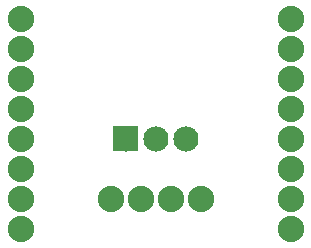
<source format=gbs>
G04 MADE WITH FRITZING*
G04 WWW.FRITZING.ORG*
G04 DOUBLE SIDED*
G04 HOLES PLATED*
G04 CONTOUR ON CENTER OF CONTOUR VECTOR*
%ASAXBY*%
%FSLAX23Y23*%
%MOIN*%
%OFA0B0*%
%SFA1.0B1.0*%
%ADD10C,0.084000*%
%ADD11C,0.088000*%
%ADD12R,0.001000X0.001000*%
%LNMASK0*%
G90*
G70*
G54D10*
X418Y382D03*
X518Y382D03*
X618Y382D03*
G54D11*
X368Y183D03*
X468Y183D03*
X568Y183D03*
X668Y183D03*
X68Y82D03*
X68Y182D03*
X68Y282D03*
X68Y382D03*
X68Y482D03*
X68Y582D03*
X68Y682D03*
X68Y782D03*
X968Y782D03*
X968Y682D03*
X968Y582D03*
X968Y482D03*
X968Y382D03*
X968Y282D03*
X968Y182D03*
X968Y82D03*
G54D12*
X376Y425D02*
X459Y425D01*
X376Y424D02*
X459Y424D01*
X376Y423D02*
X459Y423D01*
X376Y422D02*
X459Y422D01*
X376Y421D02*
X459Y421D01*
X376Y420D02*
X459Y420D01*
X376Y419D02*
X459Y419D01*
X376Y418D02*
X459Y418D01*
X376Y417D02*
X459Y417D01*
X376Y416D02*
X459Y416D01*
X376Y415D02*
X459Y415D01*
X376Y414D02*
X459Y414D01*
X376Y413D02*
X459Y413D01*
X376Y412D02*
X459Y412D01*
X376Y411D02*
X459Y411D01*
X376Y410D02*
X459Y410D01*
X376Y409D02*
X459Y409D01*
X376Y408D02*
X459Y408D01*
X376Y407D02*
X459Y407D01*
X376Y406D02*
X459Y406D01*
X376Y405D02*
X459Y405D01*
X376Y404D02*
X459Y404D01*
X376Y403D02*
X459Y403D01*
X376Y402D02*
X459Y402D01*
X376Y401D02*
X459Y401D01*
X376Y400D02*
X459Y400D01*
X376Y399D02*
X459Y399D01*
X376Y398D02*
X414Y398D01*
X420Y398D02*
X459Y398D01*
X376Y397D02*
X410Y397D01*
X424Y397D02*
X459Y397D01*
X376Y396D02*
X409Y396D01*
X425Y396D02*
X459Y396D01*
X376Y395D02*
X407Y395D01*
X427Y395D02*
X459Y395D01*
X376Y394D02*
X406Y394D01*
X428Y394D02*
X459Y394D01*
X376Y393D02*
X405Y393D01*
X429Y393D02*
X459Y393D01*
X376Y392D02*
X404Y392D01*
X430Y392D02*
X459Y392D01*
X376Y391D02*
X404Y391D01*
X430Y391D02*
X459Y391D01*
X376Y390D02*
X403Y390D01*
X431Y390D02*
X459Y390D01*
X376Y389D02*
X403Y389D01*
X431Y389D02*
X459Y389D01*
X376Y388D02*
X403Y388D01*
X432Y388D02*
X459Y388D01*
X376Y387D02*
X402Y387D01*
X432Y387D02*
X459Y387D01*
X376Y386D02*
X402Y386D01*
X432Y386D02*
X459Y386D01*
X376Y385D02*
X402Y385D01*
X432Y385D02*
X459Y385D01*
X376Y384D02*
X402Y384D01*
X432Y384D02*
X459Y384D01*
X376Y383D02*
X402Y383D01*
X432Y383D02*
X459Y383D01*
X376Y382D02*
X402Y382D01*
X432Y382D02*
X459Y382D01*
X376Y381D02*
X402Y381D01*
X432Y381D02*
X459Y381D01*
X376Y380D02*
X402Y380D01*
X432Y380D02*
X459Y380D01*
X376Y379D02*
X403Y379D01*
X431Y379D02*
X459Y379D01*
X376Y378D02*
X403Y378D01*
X431Y378D02*
X459Y378D01*
X376Y377D02*
X403Y377D01*
X431Y377D02*
X459Y377D01*
X376Y376D02*
X404Y376D01*
X430Y376D02*
X459Y376D01*
X376Y375D02*
X405Y375D01*
X429Y375D02*
X459Y375D01*
X376Y374D02*
X405Y374D01*
X429Y374D02*
X459Y374D01*
X376Y373D02*
X406Y373D01*
X428Y373D02*
X459Y373D01*
X376Y372D02*
X408Y372D01*
X426Y372D02*
X459Y372D01*
X376Y371D02*
X409Y371D01*
X425Y371D02*
X459Y371D01*
X376Y370D02*
X411Y370D01*
X423Y370D02*
X459Y370D01*
X376Y369D02*
X415Y369D01*
X419Y369D02*
X459Y369D01*
X376Y368D02*
X459Y368D01*
X376Y367D02*
X459Y367D01*
X376Y366D02*
X459Y366D01*
X376Y365D02*
X459Y365D01*
X376Y364D02*
X459Y364D01*
X376Y363D02*
X459Y363D01*
X376Y362D02*
X459Y362D01*
X376Y361D02*
X459Y361D01*
X376Y360D02*
X459Y360D01*
X376Y359D02*
X459Y359D01*
X376Y358D02*
X459Y358D01*
X376Y357D02*
X459Y357D01*
X376Y356D02*
X459Y356D01*
X376Y355D02*
X459Y355D01*
X376Y354D02*
X459Y354D01*
X376Y353D02*
X459Y353D01*
X376Y352D02*
X459Y352D01*
X376Y351D02*
X459Y351D01*
X376Y350D02*
X459Y350D01*
X376Y349D02*
X459Y349D01*
X376Y348D02*
X459Y348D01*
X376Y347D02*
X459Y347D01*
X376Y346D02*
X459Y346D01*
X376Y345D02*
X459Y345D01*
X376Y344D02*
X459Y344D01*
X376Y343D02*
X459Y343D01*
X376Y342D02*
X458Y342D01*
D02*
G04 End of Mask0*
M02*
</source>
